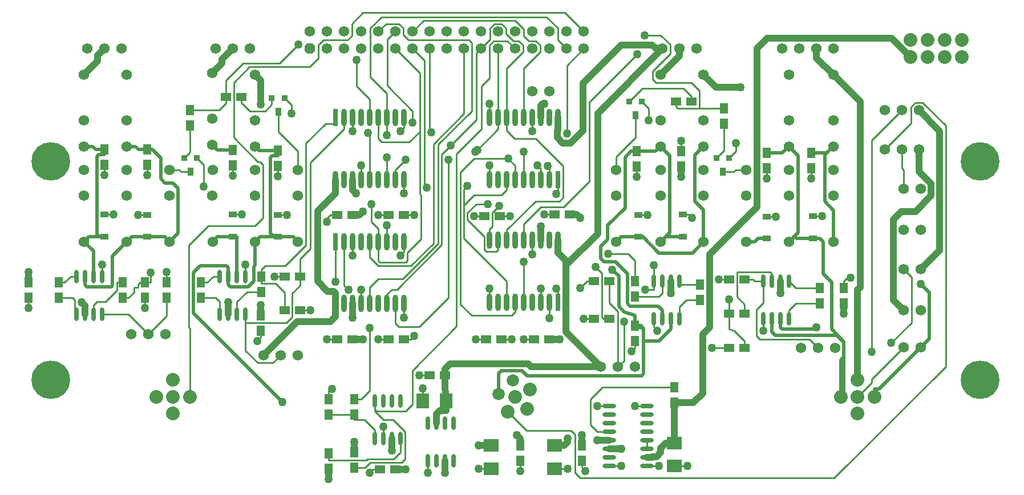
<source format=gbl>
G04*
G04 #@! TF.GenerationSoftware,Altium Limited,Altium Designer,24.2.2 (26)*
G04*
G04 Layer_Physical_Order=4*
G04 Layer_Color=16711680*
%FSLAX44Y44*%
%MOMM*%
G71*
G04*
G04 #@! TF.SameCoordinates,6AE4F847-9EFA-45B8-A2EA-998FC1DA7BFA*
G04*
G04*
G04 #@! TF.FilePolarity,Positive*
G04*
G01*
G75*
%ADD10C,0.2540*%
%ADD14C,0.5080*%
%ADD15C,1.0160*%
%ADD16C,1.5748*%
G04:AMPARAMS|DCode=17|XSize=1.5748mm|YSize=1.5748mm|CornerRadius=0mm|HoleSize=0mm|Usage=FLASHONLY|Rotation=0.000|XOffset=0mm|YOffset=0mm|HoleType=Round|Shape=Octagon|*
%AMOCTAGOND17*
4,1,8,0.7874,-0.3937,0.7874,0.3937,0.3937,0.7874,-0.3937,0.7874,-0.7874,0.3937,-0.7874,-0.3937,-0.3937,-0.7874,0.3937,-0.7874,0.7874,-0.3937,0.0*
%
%ADD17OCTAGOND17*%

%ADD18C,2.0320*%
%ADD19C,1.8288*%
%ADD20C,5.7150*%
%ADD21C,1.2700*%
%ADD29O,0.8000X2.6000*%
%ADD30R,1.5240X1.2700*%
%ADD31R,1.2700X1.5240*%
%ADD32R,0.9144X0.9144*%
%ADD33R,1.2192X0.9144*%
%ADD34R,2.2860X1.9050*%
%ADD35O,2.0320X0.6096*%
%ADD36O,0.6096X2.0320*%
%ADD37R,1.9050X2.2860*%
%ADD38R,0.8000X2.6000*%
%ADD39R,0.9144X1.2700*%
D10*
X685800Y417576D02*
Y441706D01*
X480568Y538988D02*
X495300D01*
X361696Y201676D02*
Y243078D01*
X108204Y263906D02*
X110744D01*
X1005840Y299720D02*
X1036320D01*
X553720Y114300D02*
Y127000D01*
Y111760D02*
Y114300D01*
X620160Y527196D02*
Y614280D01*
Y434209D02*
Y527196D01*
Y614280D02*
X620268Y614172D01*
X584200Y650240D02*
X620160Y614280D01*
Y527196D02*
X620268Y527304D01*
X604520Y511556D02*
X620160Y527196D01*
X523240Y99060D02*
X538480D01*
X705612Y500126D02*
X736600Y531114D01*
X702564Y497078D02*
X705612Y500126D01*
X652780Y492833D02*
X704596Y544649D01*
Y544576D02*
Y544649D01*
X1035050Y561340D02*
X1071880D01*
X299847Y445335D02*
Y477393D01*
X289560Y487680D02*
X299847Y477393D01*
X429895Y554301D02*
Y566547D01*
X419608Y576834D02*
X429895Y566547D01*
X1089787Y497967D02*
Y510213D01*
X1079500Y487680D02*
X1089787Y497967D01*
X546100Y142240D02*
Y235966D01*
X533400Y129540D02*
X546100Y142240D01*
X523240Y129540D02*
X533400D01*
X749300Y273708D02*
Y304852D01*
X685800Y368352D02*
X749300Y304852D01*
X685800Y441706D02*
X690880Y446786D01*
X571500Y521716D02*
Y548080D01*
X685800Y368352D02*
Y417576D01*
X701040Y432816D01*
X741680D01*
X749300Y440436D01*
Y456080D01*
X750527Y111222D02*
X778436Y83312D01*
X844550D01*
X850900Y76962D01*
Y20320D02*
Y76962D01*
Y20320D02*
X858520Y12700D01*
X1235456D01*
X1401064Y178308D01*
Y535940D01*
X1366520Y570484D02*
X1401064Y535940D01*
X1356360Y570484D02*
X1366520D01*
X1349756Y563880D02*
X1356360Y570484D01*
X1349756Y539496D02*
Y563880D01*
X1310640Y500380D02*
X1349756Y539496D01*
X212598Y303022D02*
X220472D01*
Y317754D01*
X495300Y304038D02*
Y363728D01*
X205740Y303022D02*
X212598D01*
X202438Y299720D02*
X205740Y303022D01*
X202438Y295910D02*
Y299720D01*
X196088Y295910D02*
X202438D01*
X196088Y288290D02*
Y295910D01*
X187960Y280162D02*
X196088Y288290D01*
X179578Y280162D02*
X187960D01*
X442468Y312166D02*
Y337820D01*
X458111Y353463D01*
Y481225D01*
X508000Y531114D01*
Y548080D01*
X967740Y304800D02*
Y328422D01*
X810260Y476250D02*
X812800Y473710D01*
Y456080D02*
Y473710D01*
X1079500Y233680D02*
Y256540D01*
Y233680D02*
X1087120Y231140D01*
X1102360Y215900D01*
Y205740D02*
Y215900D01*
X279400Y496570D02*
Y535940D01*
X270510Y487680D02*
X279400Y496570D01*
X1071880Y499110D02*
Y538480D01*
X1060450Y487680D02*
X1071880Y499110D01*
X170688Y303022D02*
X179578D01*
X170688Y291338D02*
Y303022D01*
X153670Y274320D02*
X170688Y291338D01*
X141224Y274320D02*
X153670D01*
X136144Y269240D02*
X141224Y274320D01*
X136144Y256286D02*
Y269240D01*
X363982Y289306D02*
X385318D01*
X348996Y274320D02*
X363982Y289306D01*
X348996Y256286D02*
Y274320D01*
X1178560Y294640D02*
X1214120D01*
X1168400Y304800D02*
X1178560Y294640D01*
X279000Y133350D02*
Y234842D01*
X277622Y236220D02*
X279000Y234842D01*
X277622Y236220D02*
Y358140D01*
X306324Y386842D01*
X375920D01*
X387858Y398780D01*
Y477774D01*
X383540Y482092D02*
X387858Y477774D01*
X380238Y482092D02*
X383540D01*
X344170Y518160D02*
X380238Y482092D01*
X344170Y518160D02*
Y599948D01*
X367538Y623316D01*
X457200D01*
X469900Y636016D01*
Y655320D01*
X477520Y662940D01*
X513080D01*
X519684Y669544D01*
Y687324D01*
X535940Y703580D01*
X835660D01*
X863600Y675640D01*
X838708Y625348D02*
X863600Y650240D01*
X838708Y524510D02*
Y625348D01*
X546100Y340360D02*
Y363728D01*
Y340360D02*
X558800Y327660D01*
X607060D01*
X640588Y361188D01*
Y508508D01*
X685800Y553720D01*
Y650240D01*
X526288Y594868D02*
Y633476D01*
Y594868D02*
X546100Y575056D01*
Y548080D02*
Y575056D01*
X558800Y675640D02*
X570484Y687324D01*
X589280D01*
X595884Y680720D01*
Y670560D02*
Y680720D01*
Y670560D02*
X603504Y662940D01*
X693420D01*
X697484Y658876D01*
Y557784D02*
Y658876D01*
X647700Y508000D02*
X697484Y557784D01*
X647700Y361115D02*
Y508000D01*
X594758Y308174D02*
X647700Y361115D01*
X558800Y308174D02*
X594758D01*
X546100Y295474D02*
X558800Y308174D01*
X546100Y271728D02*
Y295474D01*
X774700Y365708D02*
Y389890D01*
X800100Y415290D01*
X833628D01*
X871982Y453644D01*
Y570738D01*
X943102Y641858D01*
X1320038Y213360D02*
X1350264Y243586D01*
Y310896D01*
X1338580Y322580D02*
X1350264Y310896D01*
X736600Y351282D02*
Y365708D01*
X734060Y348742D02*
X736600Y351282D01*
X718820Y348742D02*
X734060D01*
X716026Y351536D02*
X718820Y348742D01*
X716026Y351536D02*
Y371094D01*
X690880Y396240D02*
X716026Y371094D01*
X690880Y396240D02*
Y406400D01*
X704088Y419608D01*
X721106D01*
X736600Y531114D02*
Y548080D01*
X571500Y271728D02*
Y285496D01*
X578612Y292608D01*
X586377D01*
X652780Y359011D01*
Y492833D01*
X704596Y544649D02*
Y643636D01*
X1000760Y563880D02*
Y571500D01*
X1003300Y561340D02*
X1035050D01*
Y588010D01*
X1023620Y599440D02*
X1035050Y588010D01*
X971042Y599440D02*
X1023620D01*
X965962Y604520D02*
X971042Y599440D01*
X965962Y604520D02*
Y616472D01*
X992124Y642634D01*
Y656082D01*
X978154Y670052D02*
X992124Y656082D01*
X953770Y670052D02*
X978154D01*
X332740Y568960D02*
Y578612D01*
X322580Y558800D02*
X332740Y568960D01*
X279400Y558800D02*
X322580D01*
X110744Y256286D02*
Y263906D01*
X108204D02*
Y276860D01*
X104902Y280162D02*
X108204Y276860D01*
X84836Y280162D02*
X104902D01*
X891286Y147320D02*
X998220D01*
X873760Y129794D02*
X891286Y147320D01*
X873760Y91440D02*
Y129794D01*
Y91440D02*
X883920Y81280D01*
X901700D01*
X861060Y27940D02*
X866140Y22860D01*
X861060Y27940D02*
Y38100D01*
X1270000Y133350D02*
X1290828Y154178D01*
Y159258D01*
X1338580Y207010D01*
X361696Y201676D02*
X379730Y183642D01*
X402336D01*
X414020Y195326D01*
X442468Y298704D02*
Y312166D01*
X431038Y287274D02*
X442468Y298704D01*
X431038Y251968D02*
Y287274D01*
X422148Y243078D02*
X431038Y251968D01*
X361696Y243078D02*
X422148D01*
X361696D02*
Y256286D01*
X508000Y298450D02*
Y363728D01*
Y298450D02*
X514350Y292100D01*
X148844Y256286D02*
X187960D01*
X217678Y226568D01*
X701040Y486918D02*
X751332D01*
X680720Y466598D02*
X701040Y486918D01*
X680720Y270510D02*
Y466598D01*
Y270510D02*
X697230Y254000D01*
X756920D01*
X762000Y259080D01*
Y273708D01*
X609600Y650240D02*
X627380Y632460D01*
Y447294D02*
Y632460D01*
Y447294D02*
X630428Y444246D01*
X774700Y273708D02*
Y334264D01*
X635000Y528320D02*
Y650240D01*
Y528320D02*
X637540Y525780D01*
X774700Y456080D02*
Y497332D01*
X571500Y548080D02*
Y583438D01*
X547116Y607822D02*
X571500Y583438D01*
X547116Y607822D02*
Y680720D01*
X563880Y697484D01*
X808482D01*
X825246Y680720D01*
Y663194D02*
Y680720D01*
Y663194D02*
X838200Y650240D01*
X332740Y578612D02*
Y602705D01*
X358431Y628396D01*
X411988D01*
X439928Y656336D01*
X1102360Y256540D02*
Y270510D01*
X1090930Y281940D02*
X1102360Y270510D01*
X1090930Y281940D02*
Y318770D01*
X1140460D01*
X1143000Y316230D01*
Y304800D02*
Y316230D01*
X487680Y144780D02*
X490220D01*
X485140Y142240D02*
X487680Y144780D01*
X485140Y129540D02*
Y142240D01*
X1291336Y200152D02*
Y514096D01*
X1336040Y558800D01*
X812800Y249682D02*
Y273708D01*
X967740Y236220D02*
X972820Y231140D01*
X967740Y236220D02*
Y248920D01*
X571500Y363728D02*
Y387858D01*
X620160Y434209D02*
X622300Y432069D01*
Y368148D02*
Y432069D01*
X601980Y347828D02*
X622300Y368148D01*
X601980Y335488D02*
Y347828D01*
X599440Y332948D02*
X601980Y335488D01*
X560878Y332948D02*
X599440D01*
X558800Y335026D02*
X560878Y332948D01*
X558800Y335026D02*
Y363728D01*
Y383286D01*
X548640Y393446D02*
X558800Y383286D01*
X548640Y393446D02*
Y419608D01*
X751332Y486918D02*
X762000Y476250D01*
Y456080D02*
Y476250D01*
X795020Y476701D02*
X800100Y471621D01*
Y456080D02*
Y471621D01*
X379222Y216408D02*
X384302Y221488D01*
Y231648D01*
X558800Y516636D02*
Y548080D01*
Y516636D02*
X563880Y511556D01*
X604520D01*
X620268Y527304D02*
Y614172D01*
X546100Y456080D02*
Y522224D01*
X543052Y525272D02*
X546100Y522224D01*
X609854Y540766D02*
Y557784D01*
X572516Y595122D02*
X609854Y557784D01*
X572516Y595122D02*
Y663956D01*
X584200Y675640D01*
X750316Y661924D02*
X762000Y650240D01*
X730504Y661924D02*
X750316D01*
X723900Y655320D02*
X730504Y661924D01*
X723900Y606806D02*
Y655320D01*
X711708Y594614D02*
X723900Y606806D01*
X711708Y530860D02*
Y594614D01*
X674878Y494030D02*
X711708Y530860D01*
X674878Y237998D02*
Y494030D01*
X609092Y172212D02*
X674878Y237998D01*
X609092Y121920D02*
Y172212D01*
X598932Y111760D02*
X609092Y121920D01*
X556260Y111760D02*
X598932D01*
X553720Y114300D02*
X556260Y111760D01*
X584200Y242316D02*
Y271728D01*
Y242316D02*
X589280Y237236D01*
X619760D01*
X662940Y280416D01*
Y485648D01*
X901700Y272796D02*
Y304800D01*
Y272796D02*
X914400Y260096D01*
Y177800D02*
Y260096D01*
X591820Y527460D02*
X596900Y532540D01*
Y548080D01*
X704596Y643636D02*
X711200Y650240D01*
X666242Y506222D02*
X704596Y544576D01*
X571500Y456080D02*
Y488442D01*
X609600Y675640D02*
X626364Y692404D01*
X762000D01*
X774700Y679704D01*
Y669544D02*
Y679704D01*
Y669544D02*
X782320Y661924D01*
X792480D01*
X799084Y655320D01*
Y645160D02*
Y655320D01*
X774700Y620776D02*
X799084Y645160D01*
X774700Y548080D02*
Y620776D01*
X711200Y650240D02*
X724916Y663956D01*
Y680720D01*
X731520Y687324D01*
X741680D01*
X748284Y680720D01*
Y672592D02*
Y680720D01*
Y672592D02*
X758952Y661924D01*
X767080D01*
X773684Y655320D01*
Y645160D02*
Y655320D01*
X749300Y620776D02*
X773684Y645160D01*
X749300Y548080D02*
Y620776D01*
X482600Y393446D02*
Y398526D01*
X487680Y403606D01*
X497840D01*
X749300Y365708D02*
Y381000D01*
X792330Y424030D01*
X828040D01*
X833374Y429364D01*
Y476250D01*
X792734Y516890D02*
X833374Y476250D01*
X760730Y516890D02*
X792734D01*
X749300Y528320D02*
X760730Y516890D01*
X749300Y528320D02*
Y548080D01*
X596900Y403606D02*
X612140D01*
X584200Y456080D02*
Y470408D01*
X599440Y485648D01*
X591820Y343108D02*
X596900Y348188D01*
Y363728D01*
X934720Y200660D02*
X939800Y205740D01*
Y215900D01*
X1054100Y205740D02*
X1079500D01*
Y256540D02*
Y277622D01*
X823214Y293878D02*
X825500Y291592D01*
Y273708D02*
Y291592D01*
X858520Y294640D02*
X868680Y304800D01*
X878840D01*
X929640Y345440D02*
X939800Y335280D01*
X881126Y326390D02*
X890270Y317246D01*
Y251460D02*
Y317246D01*
Y251460D02*
X892810Y248920D01*
X901700D01*
X939800Y304800D02*
Y335280D01*
X900176Y345440D02*
X929640D01*
X823214Y434340D02*
X825500Y436626D01*
Y456080D01*
X967740Y292100D02*
Y304800D01*
X955040Y292100D02*
X967740D01*
X923290Y186690D02*
Y245110D01*
X914400Y177800D02*
X923290Y186690D01*
X1005840Y299720D02*
Y304800D01*
X980440Y287020D02*
Y304800D01*
X975360Y281940D02*
X980440Y287020D01*
X939800Y281940D02*
X975360D01*
X607060Y218388D02*
X612140Y223468D01*
X596900Y218388D02*
X607060D01*
X960247Y543887D02*
Y561213D01*
X949960Y571500D02*
X960247Y561213D01*
X355600Y570472D02*
Y578612D01*
Y570472D02*
X368288Y557784D01*
X391160D01*
X400558Y567182D01*
Y576834D01*
X1254760Y309880D02*
X1259840D01*
X1249680Y304800D02*
X1254760Y309880D01*
X1249680Y294640D02*
Y304800D01*
X1019556Y403860D02*
X1024636Y398780D01*
X1010920Y403860D02*
X1019556D01*
X1016000Y276860D02*
X1036320D01*
X1005840Y266700D02*
X1016000Y276860D01*
X1005840Y248920D02*
Y266700D01*
X553720Y71120D02*
Y83820D01*
X538480Y99060D02*
X553720Y83820D01*
X523240Y99060D02*
Y106680D01*
X323596Y256286D02*
Y274320D01*
X317754Y280162D02*
X323596Y274320D01*
X295402Y280162D02*
X317754D01*
X1198880Y218440D02*
X1211580Y205740D01*
X1125220Y218440D02*
X1198880D01*
X1120140Y223520D02*
X1125220Y218440D01*
X1120140Y223520D02*
Y262890D01*
X1130300Y273050D01*
Y304800D01*
X419608Y262128D02*
Y288290D01*
X406400Y301498D02*
X419608Y288290D01*
X385318Y301498D02*
X406400D01*
X385318D02*
Y312166D01*
X244602Y253492D02*
Y280162D01*
X217678Y226568D02*
X244602Y253492D01*
X1178560Y271780D02*
X1214120D01*
X1168400Y261620D02*
X1178560Y271780D01*
X1168400Y248920D02*
Y261620D01*
X495300Y538988D02*
Y548080D01*
X451358Y509778D02*
X480568Y538988D01*
X451358Y358140D02*
Y509778D01*
X420878Y327660D02*
X451358Y358140D01*
X391160Y327660D02*
X420878D01*
X385318Y321818D02*
X391160Y327660D01*
X385318Y312166D02*
Y321818D01*
X912114Y470408D02*
Y489966D01*
X940562Y518414D01*
Y551180D01*
X439674Y470408D02*
Y497840D01*
X410210Y527304D02*
X439674Y497840D01*
X410210Y527304D02*
Y556514D01*
X591820Y50800D02*
Y71120D01*
X581660Y40640D02*
X591820Y50800D01*
X542290Y40640D02*
X581660D01*
X541020Y39370D02*
X542290Y40640D01*
X485140Y39370D02*
X541020D01*
X485140D02*
Y49530D01*
X546100Y20320D02*
X551180Y25400D01*
X561340D01*
X553720Y111760D02*
X566420Y99060D01*
X580898D01*
X598678Y81280D01*
Y40640D02*
Y81280D01*
X593598Y35560D02*
X598678Y40640D01*
X546862Y35560D02*
X593598D01*
X539242Y27940D02*
X546862Y35560D01*
X523240Y27940D02*
X539242D01*
X1000760Y563880D02*
X1003300Y561340D01*
X1023620Y571500D02*
Y579120D01*
X1011682Y591058D02*
X1023620Y579120D01*
X950468Y591058D02*
X1011682D01*
X930910Y571500D02*
X950468Y591058D01*
X1117600Y304800D02*
X1130300D01*
X1115060Y307340D02*
X1117600Y304800D01*
X1102360Y307340D02*
X1115060D01*
X1336040Y472440D02*
Y500380D01*
Y472440D02*
X1338580Y469900D01*
Y441960D02*
Y469900D01*
X266192Y467360D02*
X280162D01*
X263144Y470408D02*
X266192Y467360D01*
X249174Y470408D02*
X263144D01*
X1089152D02*
X1105154D01*
X1086104Y467360D02*
X1089152Y470408D01*
X1070102Y467360D02*
X1086104D01*
X102362Y312166D02*
X110744D01*
X93218Y303022D02*
X102362Y312166D01*
X84836Y303022D02*
X93218D01*
X313944Y312166D02*
X323596D01*
X304800Y303022D02*
X313944Y312166D01*
X295402Y303022D02*
X304800D01*
X957580Y55880D02*
Y68580D01*
X485140Y106680D02*
X523240D01*
X736600Y548080D02*
Y650240D01*
X596900Y251108D02*
Y271728D01*
Y435460D02*
Y456080D01*
X741680Y218440D02*
X756920D01*
X727964Y406321D02*
X738124Y416481D01*
X727964Y386365D02*
Y406321D01*
X723900Y382300D02*
X727964Y386365D01*
X723900Y365708D02*
Y382300D01*
X739140Y401320D02*
X754380D01*
X723900Y548080D02*
Y568700D01*
X39878Y264922D02*
Y280162D01*
X148844Y312166D02*
Y329946D01*
X212598Y264922D02*
Y280162D01*
X244602Y303022D02*
Y318262D01*
X152400Y403860D02*
X166116D01*
X202184Y403606D02*
X215900D01*
X361696Y312166D02*
Y329946D01*
X152400Y462280D02*
Y477520D01*
X442468Y262128D02*
X457708D01*
X404368Y312166D02*
X419608D01*
X215900Y462280D02*
Y477520D01*
X342646Y403860D02*
X356362D01*
X482600Y218388D02*
X497840D01*
X566420Y71120D02*
Y88900D01*
X409702Y403606D02*
X423418D01*
X342646Y462026D02*
Y477266D01*
X409702Y460756D02*
Y475996D01*
X632460Y20320D02*
Y38100D01*
X520700Y343108D02*
Y363728D01*
X624840Y127000D02*
Y146050D01*
X619760Y165100D02*
X635000D01*
X707390Y26670D02*
X726440D01*
X520700Y527460D02*
Y548080D01*
X769620Y22860D02*
Y38100D01*
X820420Y26670D02*
X839470D01*
X774700Y218440D02*
X789940D01*
X800100Y273708D02*
Y294329D01*
X901700Y30480D02*
X919480D01*
X883920Y119380D02*
X901700D01*
X863600Y248920D02*
X878840D01*
X805180Y403860D02*
X820420D01*
X957580Y30480D02*
X975360D01*
X939800Y119380D02*
X957580D01*
X998220Y30480D02*
X1017270D01*
X944880Y403606D02*
X958596D01*
X942340Y459740D02*
Y474980D01*
X1064260Y307340D02*
X1079500D01*
X1008380Y497840D02*
Y513080D01*
X1130300Y231140D02*
Y248920D01*
X1135380Y401066D02*
X1149096D01*
X1135380Y457200D02*
Y472440D01*
X1203960Y401320D02*
X1217676D01*
X1201420Y457200D02*
Y472440D01*
X533400Y271728D02*
Y292348D01*
X558800Y218388D02*
X574040D01*
X558800Y403606D02*
X574040D01*
X533400Y456080D02*
Y476701D01*
X703580Y218440D02*
X718820D01*
X723900Y273708D02*
Y294329D01*
X701040Y401320D02*
X716280D01*
X723900Y456080D02*
Y476701D01*
X787400Y345088D02*
Y365708D01*
Y527460D02*
Y548080D01*
D14*
X383286Y370840D02*
X403352D01*
X401320Y491744D02*
X409702D01*
X952754Y167640D02*
Y215900D01*
X1221486Y492506D02*
X1224280Y495300D01*
X1295000Y145203D02*
X1302173D01*
X1249934Y214376D02*
Y215646D01*
Y141478D02*
Y192786D01*
X1245000Y141478D02*
X1249934D01*
X1245000D02*
Y187852D01*
Y133350D02*
Y141478D01*
X1176273Y371348D02*
X1181608Y376682D01*
X1168654Y363728D02*
X1176273Y371348D01*
X144018Y493268D02*
X152400D01*
X129540Y371094D02*
X144780D01*
X348996Y312166D02*
Y371094D01*
X985520D02*
X991108Y376682D01*
X978154Y363728D02*
X985520Y371094D01*
X215900Y370840D02*
X242062D01*
X249174Y363728D01*
X192786Y370840D02*
X215900D01*
X185674Y363728D02*
X192786Y370840D01*
X381762Y498856D02*
X409702D01*
X375666Y504952D02*
X381762Y498856D01*
X336296Y312166D02*
Y325120D01*
X333248Y328168D02*
X336296Y325120D01*
X294640Y328168D02*
X333248D01*
X283972Y317500D02*
X294640Y328168D01*
X283972Y258064D02*
Y317500D01*
Y258064D02*
X416560Y125476D01*
X376174Y363728D02*
X383286Y370840D01*
X409702D02*
X432562D01*
X439674Y363728D01*
X919226Y370840D02*
X944880D01*
X912114Y363728D02*
X919226Y370840D01*
X939800Y238760D02*
Y254508D01*
X923923Y259588D02*
X939800Y254508D01*
X915924Y267587D02*
X923923Y259588D01*
X915924Y267587D02*
Y312420D01*
X906145Y322199D02*
X915924Y312420D01*
X993140Y233680D02*
Y248920D01*
X975360Y215900D02*
X993140Y233680D01*
X952754Y215900D02*
X975360D01*
X952754D02*
Y234696D01*
X939800Y238760D02*
X952754Y234696D01*
X1201420Y495300D02*
X1224280D01*
X1233932Y504952D01*
X1363980Y301244D02*
X1376934Y288290D01*
Y219964D02*
Y288290D01*
X1363980Y207010D02*
X1376934Y219964D01*
X1135380Y495300D02*
X1158494D01*
X1168146Y504952D01*
X122174Y363728D02*
X129540Y371094D01*
X342646D02*
X348996D01*
X320294D02*
X342646D01*
X312928Y363728D02*
X320294Y371094D01*
X319532Y500126D02*
X342646D01*
X312166Y507492D02*
X319532Y500126D01*
X977646Y504952D02*
X991108Y491490D01*
Y376682D02*
Y491490D01*
X942340Y497840D02*
X970534D01*
X977646Y504952D01*
X136144Y312166D02*
Y349758D01*
X122174Y363728D02*
X136144Y349758D01*
X1302173Y145203D02*
X1363980Y207010D01*
X1295000Y133350D02*
Y145203D01*
X1231900Y233680D02*
X1249934Y215646D01*
X1231900Y233680D02*
Y303276D01*
X1219454Y315722D02*
X1231900Y303276D01*
X1219454Y315722D02*
Y363220D01*
X1214120Y368554D02*
X1219454Y363220D01*
X1203960Y368554D02*
X1214120D01*
X376174Y328422D02*
Y363728D01*
X373888Y326136D02*
X376174Y328422D01*
X373888Y304800D02*
Y326136D01*
X366014Y296926D02*
X373888Y304800D01*
X339090Y296926D02*
X366014D01*
X336296Y299720D02*
X339090Y296926D01*
X336296Y299720D02*
Y312166D01*
X1206246Y233680D02*
X1208786Y236220D01*
X1158240Y233680D02*
X1206246D01*
X1155700Y236220D02*
X1158240Y233680D01*
X1155700Y236220D02*
Y248920D01*
X737409Y137424D02*
Y167950D01*
X741680Y172221D01*
X772414D01*
X779789Y164846D01*
X949960D01*
X952754Y167640D01*
X948690Y238760D02*
X952754Y234696D01*
X939800Y238760D02*
X948690D01*
X933704Y497840D02*
X942340D01*
X925068Y489204D02*
X933704Y497840D01*
X925068Y413766D02*
Y489204D01*
X899160Y387858D02*
X925068Y413766D01*
X899160Y367284D02*
Y387858D01*
X888746Y356870D02*
X899160Y367284D01*
X888746Y339226D02*
Y356870D01*
Y339226D02*
X894080Y333892D01*
X910708D01*
X928370Y316230D01*
Y271780D02*
Y316230D01*
Y271780D02*
X932166Y267984D01*
X974584D01*
X980440Y262128D01*
Y248920D02*
Y262128D01*
X249174Y363728D02*
X261874Y376428D01*
Y443230D01*
X254000Y451104D02*
X261874Y443230D01*
X242316Y451104D02*
X254000D01*
X236220Y457200D02*
X242316Y451104D01*
X236220Y457200D02*
Y487680D01*
X223520Y500380D02*
X236220Y487680D01*
X215900Y500380D02*
X223520D01*
X1245000Y187852D02*
X1249934Y192786D01*
Y214376D01*
X1239520Y224790D02*
X1249934Y214376D01*
X1148080Y224790D02*
X1239520D01*
X1143000Y229870D02*
X1148080Y224790D01*
X1143000Y229870D02*
Y248920D01*
X123444Y299720D02*
Y312166D01*
Y299720D02*
X126238Y296926D01*
X162560D01*
X164338Y298704D01*
Y342392D01*
X185674Y363728D01*
X985520Y371094D02*
X1010920D01*
X1024890Y346964D02*
X1041654Y363728D01*
X975360Y346964D02*
X1024890D01*
X951484Y370840D02*
X975360Y346964D01*
X944880Y370840D02*
X951484D01*
X1179067Y368554D02*
X1203960D01*
X1176273Y371348D02*
X1179067Y368554D01*
X1234694Y363728D02*
Y410210D01*
X1221486Y423418D02*
X1234694Y410210D01*
X1221486Y423418D02*
Y492506D01*
X1168146Y504952D02*
X1181608Y491490D01*
Y376682D02*
Y491490D01*
X1041654Y363728D02*
Y410718D01*
X1028446Y423926D02*
X1041654Y410718D01*
X1028446Y423926D02*
Y492252D01*
X1041146Y504952D01*
X152400Y493268D02*
Y500380D01*
X140970Y490220D02*
X144018Y493268D01*
X140970Y374904D02*
Y490220D01*
Y374904D02*
X144780Y371094D01*
X152400D01*
X409702Y491744D02*
Y498856D01*
X398272Y488696D02*
X401320Y491744D01*
X398272Y375920D02*
Y488696D01*
Y375920D02*
X403352Y370840D01*
X409702D01*
X202692Y500380D02*
X215900D01*
X198120Y504952D02*
X202692Y500380D01*
X185166Y504952D02*
X198120D01*
X1122426Y368300D02*
X1135380D01*
X1117854Y363728D02*
X1122426Y368300D01*
X1105154Y363728D02*
X1117854D01*
X139192Y500380D02*
X152400D01*
X134620Y504952D02*
X139192Y500380D01*
X121666Y504952D02*
X134620D01*
D15*
X964692Y43180D02*
Y44450D01*
X837184Y328422D02*
Y335788D01*
Y229616D02*
Y328422D01*
X650240Y113030D02*
X659130D01*
X853440Y403860D02*
X858520Y398780D01*
X843280Y403860D02*
X853440D01*
X1209040Y636524D02*
Y650240D01*
Y636524D02*
X1233932Y611632D01*
X1323086Y277114D02*
X1338580Y261620D01*
X1323086Y277114D02*
Y396240D01*
X1335278Y408432D01*
X1356106D01*
X1379474Y431800D01*
Y449834D01*
X1361440Y467868D02*
X1379474Y449834D01*
X1361440Y467868D02*
Y500380D01*
X1005840Y639826D02*
Y650240D01*
X977646Y611632D02*
X1005840Y639826D01*
X375666Y611632D02*
X384048Y603250D01*
Y567944D02*
Y603250D01*
X657860Y147320D02*
Y165100D01*
Y147320D02*
X659130Y127000D01*
X825500Y529844D02*
Y548080D01*
X824484Y528828D02*
X825500Y529844D01*
X824484Y518160D02*
Y528828D01*
Y518160D02*
X832358Y510286D01*
X844296D01*
X862330Y528320D01*
Y599186D01*
X918972Y655828D01*
X965454D01*
X971042Y650240D01*
X980440D01*
X118364Y274066D02*
X123444Y268986D01*
Y256286D02*
Y268986D01*
X1320546Y665734D02*
X1348740Y637540D01*
X1136142Y665734D02*
X1320546D01*
X1120648Y650240D02*
X1136142Y665734D01*
X1120648Y415036D02*
Y650240D01*
X1050290Y344678D02*
X1120648Y415036D01*
X1050290Y236220D02*
Y344678D01*
X1040130Y226060D02*
X1050290Y236220D01*
X1040130Y138430D02*
Y226060D01*
X1026160Y124460D02*
X1040130Y138430D01*
X998220Y124460D02*
X1026160D01*
X764540Y76200D02*
X769620Y71120D01*
Y60960D02*
Y71120D01*
X839470Y66040D02*
Y71120D01*
X834390Y60960D02*
X839470Y66040D01*
X820420Y60960D02*
X834390D01*
X1363980Y322580D02*
X1392174Y350774D01*
Y528066D01*
X1361440Y558800D02*
X1392174Y528066D01*
X495300Y271728D02*
Y287274D01*
X492760Y289814D02*
X495300Y287274D01*
X483616Y289814D02*
X492760D01*
X468630Y304800D02*
X483616Y289814D01*
X468630Y304800D02*
Y408940D01*
X495300Y435610D01*
Y456080D01*
X837184Y229616D02*
X889000Y177800D01*
X837184Y328422D02*
X884428Y375666D01*
Y554228D01*
X980440Y650240D01*
X1270000Y158350D02*
Y292100D01*
X1273810Y295910D01*
Y571754D01*
X1233932Y611632D02*
X1273810Y571754D01*
X785885Y177800D02*
X889000D01*
X781304Y182381D02*
X785885Y177800D01*
X665480Y182381D02*
X781304D01*
X657860Y174761D02*
X665480Y182381D01*
X657860Y165100D02*
Y174761D01*
X530860Y403606D02*
X535940Y408686D01*
X520700Y403606D02*
X530860D01*
X520700Y440540D02*
X525780Y435460D01*
X520700Y440540D02*
Y456080D01*
X802640Y568700D02*
X805180D01*
X800100Y566160D02*
X802640Y568700D01*
X800100Y548080D02*
Y566160D01*
X659130Y113030D02*
Y127000D01*
X645160Y107950D02*
X650240Y113030D01*
X645160Y93980D02*
Y107950D01*
X1059688Y593090D02*
X1096264D01*
X1041146Y611632D02*
X1059688Y593090D01*
X957580Y43180D02*
X964692D01*
Y44450D02*
X971550D01*
X977900Y50800D01*
Y57150D01*
X985520Y64770D01*
X998220D01*
X326898Y634492D02*
X342646Y650240D01*
X326898Y628904D02*
Y634492D01*
X312166Y614172D02*
X326898Y628904D01*
X142240Y640080D02*
X152400Y650240D01*
X142240Y632206D02*
Y640080D01*
X121666Y611632D02*
X142240Y632206D01*
X388620Y195326D02*
X438404Y245110D01*
X487680D01*
X495300Y252730D01*
Y271728D01*
X825500Y347472D02*
X837184Y335788D01*
X825500Y347472D02*
Y365708D01*
X998220Y64770D02*
Y124460D01*
X39878Y303022D02*
Y318262D01*
X336296Y256286D02*
Y274066D01*
X384302Y254508D02*
Y269748D01*
X485140Y11430D02*
Y26670D01*
X523240Y50800D02*
Y66040D01*
X520700Y218388D02*
X535940D01*
X579120Y53340D02*
Y71120D01*
X584200Y25400D02*
X599440D01*
X520700Y251108D02*
Y271728D01*
X657860Y20320D02*
Y38100D01*
X707390Y60960D02*
X726440D01*
X812800Y218440D02*
X828040D01*
X861060Y60960D02*
Y76200D01*
X800100Y365708D02*
Y386328D01*
X901700Y55880D02*
X919480D01*
X883920Y68580D02*
X901700D01*
X993140Y287020D02*
Y304800D01*
X1008380Y459740D02*
Y474980D01*
X1155700Y287020D02*
Y304800D01*
X1249680Y256540D02*
Y271780D01*
D16*
X787400Y586740D02*
D03*
X457200Y675640D02*
D03*
X1310640Y558800D02*
D03*
X1234694Y470408D02*
D03*
X1168654D02*
D03*
X1041654D02*
D03*
X978154D02*
D03*
X812800Y586740D02*
D03*
X1236980Y205740D02*
D03*
X939800Y177800D02*
D03*
X376174Y470408D02*
D03*
X312928D02*
D03*
X185674D02*
D03*
X122174D02*
D03*
X243078Y226568D02*
D03*
X439420Y195326D02*
D03*
X1234440Y650240D02*
D03*
X1031240D02*
D03*
X368046D02*
D03*
X177800D02*
D03*
X482600D02*
D03*
X914400Y177800D02*
D03*
X889000D02*
D03*
X217678Y226568D02*
D03*
X192278D02*
D03*
X127000Y650240D02*
D03*
X152400D02*
D03*
X980440D02*
D03*
X1005840D02*
D03*
X1209040D02*
D03*
X1158240D02*
D03*
X1183640D02*
D03*
X317246D02*
D03*
X342646D02*
D03*
X1186180Y205740D02*
D03*
X1211580D02*
D03*
X388620Y195326D02*
D03*
X414020D02*
D03*
X1363980Y261620D02*
D03*
X1338580D02*
D03*
X1363980Y322580D02*
D03*
X1338580D02*
D03*
X1363980Y207010D02*
D03*
X1338580D02*
D03*
X1363980Y441960D02*
D03*
X1338580D02*
D03*
X1363980Y381000D02*
D03*
X1338580D02*
D03*
X1361440Y500380D02*
D03*
X1310640D02*
D03*
X1336040D02*
D03*
X1361440Y558800D02*
D03*
X1336040D02*
D03*
X1041146Y504952D02*
D03*
X1041400Y543560D02*
D03*
X1041146Y611632D02*
D03*
X1168146D02*
D03*
Y504952D02*
D03*
X1168400Y543560D02*
D03*
X1234694Y363728D02*
D03*
X1234440Y431800D02*
D03*
X762000Y675640D02*
D03*
X736600D02*
D03*
X533400D02*
D03*
X838200D02*
D03*
X533400Y650240D02*
D03*
X508000Y675640D02*
D03*
Y650240D02*
D03*
X863600D02*
D03*
Y675640D02*
D03*
X482600D02*
D03*
X558800D02*
D03*
X584200D02*
D03*
X609600D02*
D03*
X635000D02*
D03*
X660400D02*
D03*
X685800D02*
D03*
X711200D02*
D03*
X787400D02*
D03*
X812800D02*
D03*
X558800Y650240D02*
D03*
X584200D02*
D03*
X609600D02*
D03*
X635000D02*
D03*
X660400D02*
D03*
X685800D02*
D03*
X711200D02*
D03*
X736600D02*
D03*
X762000D02*
D03*
X787400D02*
D03*
X812800D02*
D03*
X838200D02*
D03*
X1104900Y431800D02*
D03*
X1105154Y363728D02*
D03*
Y470408D02*
D03*
X911860Y431800D02*
D03*
X912114Y363728D02*
D03*
Y470408D02*
D03*
X312928Y363728D02*
D03*
X312674Y431800D02*
D03*
X121666Y504952D02*
D03*
Y611632D02*
D03*
X121920Y543560D02*
D03*
X185166Y611632D02*
D03*
X185420Y543560D02*
D03*
X185166Y504952D02*
D03*
X248920Y431800D02*
D03*
X249174Y470408D02*
D03*
Y363728D02*
D03*
X439420Y431800D02*
D03*
X439674Y470408D02*
D03*
Y363728D02*
D03*
X312166Y614172D02*
D03*
X312420Y546100D02*
D03*
X312166Y507492D02*
D03*
X977646Y504952D02*
D03*
Y611632D02*
D03*
X977900Y543560D02*
D03*
Y431800D02*
D03*
X978154Y363728D02*
D03*
X375666Y611632D02*
D03*
X375920Y543560D02*
D03*
X375666Y504952D02*
D03*
X375920Y431800D02*
D03*
X376174Y363728D02*
D03*
X185420Y431800D02*
D03*
X185674Y363728D02*
D03*
X121920Y431800D02*
D03*
X122174Y363728D02*
D03*
X1041400Y431800D02*
D03*
X1041654Y363728D02*
D03*
X1234186Y543560D02*
D03*
X1233932Y504952D02*
D03*
Y611632D02*
D03*
X1168400Y431800D02*
D03*
X1168654Y363728D02*
D03*
D17*
X457200Y650240D02*
D03*
D18*
X254000Y108350D02*
D03*
X1374140Y637540D02*
D03*
X1270000Y108350D02*
D03*
X254000Y158350D02*
D03*
X279000Y133350D02*
D03*
X229000D02*
D03*
X254000D02*
D03*
X1348740Y637540D02*
D03*
X1424940D02*
D03*
Y662940D02*
D03*
X1348740D02*
D03*
X1374140D02*
D03*
X1399540D02*
D03*
Y637540D02*
D03*
X762000Y133350D02*
D03*
X750527Y111222D02*
D03*
X779500Y115600D02*
D03*
X784289Y144509D02*
D03*
X1270000Y133350D02*
D03*
X1295000D02*
D03*
X1245000D02*
D03*
X1270000Y158350D02*
D03*
D19*
X737409Y137424D02*
D03*
X758275Y157997D02*
D03*
D20*
X1452118Y158750D02*
D03*
Y482600D02*
D03*
X72898D02*
D03*
Y158750D02*
D03*
D21*
X858520Y398780D02*
D03*
X299847Y445335D02*
D03*
X429895Y554301D02*
D03*
X1089787Y510213D02*
D03*
X546100Y235966D02*
D03*
X416560Y125476D02*
D03*
X906145Y322199D02*
D03*
X1363980Y301244D02*
D03*
X690880Y446786D02*
D03*
X571500Y521716D02*
D03*
X220472Y317754D02*
D03*
X495300Y304038D02*
D03*
X967740Y328422D02*
D03*
X810260Y476250D02*
D03*
X384048Y567944D02*
D03*
X838708Y524510D02*
D03*
X526288Y633476D02*
D03*
X943102Y641858D02*
D03*
X1320038Y213360D02*
D03*
X721106Y419608D02*
D03*
X705612Y500126D02*
D03*
X953770Y670052D02*
D03*
X118364Y274066D02*
D03*
X764540Y76200D02*
D03*
X839470Y71120D02*
D03*
X866140Y22860D02*
D03*
X514350Y292100D02*
D03*
X630428Y444246D02*
D03*
X774700Y334264D02*
D03*
X637540Y525780D02*
D03*
X774700Y497332D02*
D03*
X439928Y656336D02*
D03*
X490220Y144780D02*
D03*
X1208786Y236220D02*
D03*
X1291336Y200152D02*
D03*
X812800Y249682D02*
D03*
X972820Y231140D02*
D03*
X535940Y408686D02*
D03*
X571500Y387858D02*
D03*
X548640Y419608D02*
D03*
X751332Y486918D02*
D03*
X795020Y476701D02*
D03*
X379222Y216408D02*
D03*
X543052Y525272D02*
D03*
X609854Y540766D02*
D03*
X662940Y485648D02*
D03*
X591820Y527460D02*
D03*
X666242Y506222D02*
D03*
X571500Y488442D02*
D03*
X482600Y393446D02*
D03*
X525780Y435460D02*
D03*
X612140Y403606D02*
D03*
X599440Y485648D02*
D03*
X702564Y497078D02*
D03*
X591820Y343108D02*
D03*
X934720Y200660D02*
D03*
X1054100Y205740D02*
D03*
X1079500Y277622D02*
D03*
X823214Y293878D02*
D03*
X858520Y294640D02*
D03*
X881126Y326390D02*
D03*
X900176Y345440D02*
D03*
X823214Y434340D02*
D03*
X955040Y292100D02*
D03*
X923290Y245110D02*
D03*
X612140Y223468D02*
D03*
X960247Y543887D02*
D03*
X805180Y568700D02*
D03*
X1259840Y309880D02*
D03*
X1024636Y398780D02*
D03*
X1096264Y593090D02*
D03*
X546100Y20320D02*
D03*
X596900Y251108D02*
D03*
Y435460D02*
D03*
X756920Y218440D02*
D03*
X738124Y416481D02*
D03*
X754380Y401320D02*
D03*
X723900Y568700D02*
D03*
X39878Y318262D02*
D03*
X336296Y274066D02*
D03*
X384302Y269748D02*
D03*
X485140Y11430D02*
D03*
X523240Y66040D02*
D03*
X535940Y218388D02*
D03*
X579120Y53340D02*
D03*
X599440Y25400D02*
D03*
X520700Y251108D02*
D03*
X657860Y20320D02*
D03*
X707390Y60960D02*
D03*
X828040Y218440D02*
D03*
X861060Y76200D02*
D03*
X800100Y386328D02*
D03*
X919480Y55880D02*
D03*
X883920Y68580D02*
D03*
X993140Y287020D02*
D03*
X1008380Y459740D02*
D03*
X1155700Y287020D02*
D03*
X1249680Y256540D02*
D03*
X39878Y264922D02*
D03*
X148844Y329946D02*
D03*
X212598Y264922D02*
D03*
X244602Y318262D02*
D03*
X166116Y403860D02*
D03*
X202184Y403606D02*
D03*
X361696Y329946D02*
D03*
X152400Y462280D02*
D03*
X457708Y262128D02*
D03*
X404368Y312166D02*
D03*
X215900Y462280D02*
D03*
X356362Y403860D02*
D03*
X482600Y218388D02*
D03*
X566420Y88900D02*
D03*
X423418Y403606D02*
D03*
X342646Y462026D02*
D03*
X409702Y460756D02*
D03*
X632460Y20320D02*
D03*
X520700Y343108D02*
D03*
X624840Y146050D02*
D03*
X619760Y165100D02*
D03*
X707390Y26670D02*
D03*
X520700Y527460D02*
D03*
X769620Y22860D02*
D03*
X839470Y26670D02*
D03*
X774700Y218440D02*
D03*
X800100Y294329D02*
D03*
X919480Y30480D02*
D03*
X883920Y119380D02*
D03*
X863600Y248920D02*
D03*
X805180Y403860D02*
D03*
X975360Y30480D02*
D03*
X939800Y119380D02*
D03*
X1017270Y30480D02*
D03*
X958596Y403606D02*
D03*
X942340Y459740D02*
D03*
X1064260Y307340D02*
D03*
X1008380Y513080D02*
D03*
X1130300Y231140D02*
D03*
X1149096Y401066D02*
D03*
X1135380Y457200D02*
D03*
X1217676Y401320D02*
D03*
X1201420Y457200D02*
D03*
X533400Y292348D02*
D03*
X558800Y218388D02*
D03*
Y403606D02*
D03*
X533400Y476701D02*
D03*
X703580Y218440D02*
D03*
X723900Y294329D02*
D03*
X701040Y401320D02*
D03*
X723900Y476701D02*
D03*
X787400Y345088D02*
D03*
Y527460D02*
D03*
D29*
Y548080D02*
D03*
X723900Y456080D02*
D03*
X596900Y548080D02*
D03*
X787400Y365708D02*
D03*
X723900Y273708D02*
D03*
X596900Y363728D02*
D03*
X533400Y456080D02*
D03*
Y271728D02*
D03*
X800100Y456080D02*
D03*
Y273708D02*
D03*
X520700Y548080D02*
D03*
Y363728D02*
D03*
X800100Y365708D02*
D03*
Y548080D02*
D03*
X520700Y456080D02*
D03*
Y271728D02*
D03*
X723900Y548080D02*
D03*
Y365708D02*
D03*
X596900Y456080D02*
D03*
Y271728D02*
D03*
X508000Y363728D02*
D03*
X558800Y271728D02*
D03*
X584200Y363728D02*
D03*
X508000Y271728D02*
D03*
X533400Y363728D02*
D03*
X495300Y271728D02*
D03*
X546100D02*
D03*
X558800Y363728D02*
D03*
X546100D02*
D03*
X571500Y271728D02*
D03*
X584200D02*
D03*
X571500Y363728D02*
D03*
X812800Y548080D02*
D03*
X736600Y456080D02*
D03*
X762000Y548080D02*
D03*
X812800Y456080D02*
D03*
X749300D02*
D03*
X736600Y548080D02*
D03*
X749300D02*
D03*
X774700Y456080D02*
D03*
X762000D02*
D03*
X774700Y548080D02*
D03*
X825500D02*
D03*
X787400Y456080D02*
D03*
X571500Y548080D02*
D03*
X584200Y456080D02*
D03*
X571500D02*
D03*
X546100Y548080D02*
D03*
X558800D02*
D03*
X546100Y456080D02*
D03*
X495300D02*
D03*
X533400Y548080D02*
D03*
X508000Y456080D02*
D03*
X584200Y548080D02*
D03*
X558800Y456080D02*
D03*
X508000Y548080D02*
D03*
X749300Y273708D02*
D03*
X736600Y365708D02*
D03*
X749300D02*
D03*
X774700Y273708D02*
D03*
X762000D02*
D03*
X774700Y365708D02*
D03*
X825500D02*
D03*
X787400Y273708D02*
D03*
X812800Y365708D02*
D03*
X736600Y273708D02*
D03*
X762000Y365708D02*
D03*
X812800Y273708D02*
D03*
D30*
X574040Y403606D02*
D03*
X716280Y401320D02*
D03*
X718820Y218440D02*
D03*
X574040Y218388D02*
D03*
X1079500Y307340D02*
D03*
X878840Y304800D02*
D03*
X820420Y403860D02*
D03*
X1079500Y205740D02*
D03*
X635000Y165100D02*
D03*
X878840Y248920D02*
D03*
X789940Y218440D02*
D03*
X561340Y25400D02*
D03*
X497840Y403606D02*
D03*
X419608Y312166D02*
D03*
X442468Y262128D02*
D03*
X497840Y218388D02*
D03*
X843280Y403860D02*
D03*
X812800Y218440D02*
D03*
X584200Y25400D02*
D03*
X520700Y403606D02*
D03*
Y218388D02*
D03*
X739140Y401320D02*
D03*
X741680Y218440D02*
D03*
X596900Y403606D02*
D03*
Y218388D02*
D03*
X657860Y165100D02*
D03*
X332740Y578612D02*
D03*
X355600D02*
D03*
X1000760Y571500D02*
D03*
X1023620D02*
D03*
X1079500Y256540D02*
D03*
X1102360D02*
D03*
X419608Y262128D02*
D03*
X442468Y312166D02*
D03*
X901700Y248920D02*
D03*
Y304800D02*
D03*
X1102360Y205740D02*
D03*
Y307340D02*
D03*
D31*
X1201420Y472440D02*
D03*
X1135380D02*
D03*
X1249680Y294640D02*
D03*
X1008380Y497840D02*
D03*
X942340Y474980D02*
D03*
X861060Y38100D02*
D03*
X769620D02*
D03*
X939800Y215900D02*
D03*
X485140Y129540D02*
D03*
X409702Y475996D02*
D03*
X342646Y477266D02*
D03*
X384302Y231648D02*
D03*
X215900Y477520D02*
D03*
X152400D02*
D03*
X244602Y303022D02*
D03*
X212598Y280162D02*
D03*
X39878D02*
D03*
X1008380Y474980D02*
D03*
X1249680Y271780D02*
D03*
X769620Y60960D02*
D03*
X861060D02*
D03*
X523240Y50800D02*
D03*
X485140Y26670D02*
D03*
X39878Y303022D02*
D03*
X384302Y254508D02*
D03*
X998220Y147320D02*
D03*
Y124460D02*
D03*
X523240Y27940D02*
D03*
X485140Y49530D02*
D03*
Y106680D02*
D03*
X523240Y129540D02*
D03*
Y106680D02*
D03*
X1036320Y299720D02*
D03*
Y276860D02*
D03*
X212598Y303022D02*
D03*
X179578Y280162D02*
D03*
Y303022D02*
D03*
X244602Y280162D02*
D03*
X84836Y303022D02*
D03*
Y280162D02*
D03*
X279400Y535940D02*
D03*
Y558800D02*
D03*
X152400Y500380D02*
D03*
X215900D02*
D03*
X385318Y312166D02*
D03*
Y289306D02*
D03*
X939800Y304800D02*
D03*
Y281940D02*
D03*
X1071880Y561340D02*
D03*
Y538480D02*
D03*
X295402Y303022D02*
D03*
Y280162D02*
D03*
X1214120Y271780D02*
D03*
Y294640D02*
D03*
X409702Y498856D02*
D03*
X342646Y500126D02*
D03*
X939800Y238760D02*
D03*
X942340Y497840D02*
D03*
X1201420Y495300D02*
D03*
X1135380D02*
D03*
D32*
X1079500Y487680D02*
D03*
X949960Y571500D02*
D03*
X419608Y576834D02*
D03*
X289560Y487680D02*
D03*
X270510D02*
D03*
X400558Y576834D02*
D03*
X930910Y571500D02*
D03*
X1060450Y487680D02*
D03*
D33*
X1203960Y401320D02*
D03*
X1135380Y401066D02*
D03*
X1010920Y403860D02*
D03*
X944880Y403606D02*
D03*
X409702D02*
D03*
X342646Y403860D02*
D03*
X215900Y403606D02*
D03*
X152400Y403860D02*
D03*
Y371094D02*
D03*
X215900Y370840D02*
D03*
X342646Y371094D02*
D03*
X409702Y370840D02*
D03*
X1010920Y371094D02*
D03*
X944880Y370840D02*
D03*
X1203960Y368554D02*
D03*
X1135380Y368300D02*
D03*
D34*
X998220Y30480D02*
D03*
X820420Y26670D02*
D03*
X726440D02*
D03*
X820420Y60960D02*
D03*
X726440D02*
D03*
X998220Y64770D02*
D03*
D35*
X957580Y119380D02*
D03*
X901700D02*
D03*
Y30480D02*
D03*
X957580D02*
D03*
X901700Y68580D02*
D03*
Y55880D02*
D03*
X957580Y81280D02*
D03*
X901700D02*
D03*
X957580Y68580D02*
D03*
Y55880D02*
D03*
Y43180D02*
D03*
X901700D02*
D03*
Y93980D02*
D03*
Y106680D02*
D03*
X957580D02*
D03*
Y93980D02*
D03*
D36*
X1130300Y248920D02*
D03*
X967740D02*
D03*
X566420Y71120D02*
D03*
X632460Y38100D02*
D03*
X361696Y312166D02*
D03*
X148844D02*
D03*
X1155700Y304800D02*
D03*
X993140D02*
D03*
X579120Y71120D02*
D03*
X657860Y38100D02*
D03*
X336296Y256286D02*
D03*
X123444D02*
D03*
X632460Y93980D02*
D03*
X645160D02*
D03*
X670560Y38100D02*
D03*
Y93980D02*
D03*
X657860D02*
D03*
X645160Y38100D02*
D03*
X566420Y127000D02*
D03*
X591820Y71120D02*
D03*
Y127000D02*
D03*
X579120D02*
D03*
X553720Y71120D02*
D03*
Y127000D02*
D03*
X136144Y312166D02*
D03*
X123444D02*
D03*
X110744Y256286D02*
D03*
Y312166D02*
D03*
X136144Y256286D02*
D03*
X148844D02*
D03*
X348996Y312166D02*
D03*
X336296D02*
D03*
X323596Y256286D02*
D03*
Y312166D02*
D03*
X348996Y256286D02*
D03*
X361696D02*
D03*
X980440Y248920D02*
D03*
X993140D02*
D03*
X1005840Y304800D02*
D03*
Y248920D02*
D03*
X980440Y304800D02*
D03*
X967740D02*
D03*
X1143000Y248920D02*
D03*
X1155700D02*
D03*
X1168400Y304800D02*
D03*
Y248920D02*
D03*
X1143000Y304800D02*
D03*
X1130300D02*
D03*
D37*
X624840Y127000D02*
D03*
X659130D02*
D03*
D38*
X495300Y363728D02*
D03*
X825500Y456080D02*
D03*
X495300Y548080D02*
D03*
X825500Y273708D02*
D03*
D39*
X280162Y467360D02*
D03*
X410210Y556514D02*
D03*
X940562Y551180D02*
D03*
X1070102Y467360D02*
D03*
M02*

</source>
